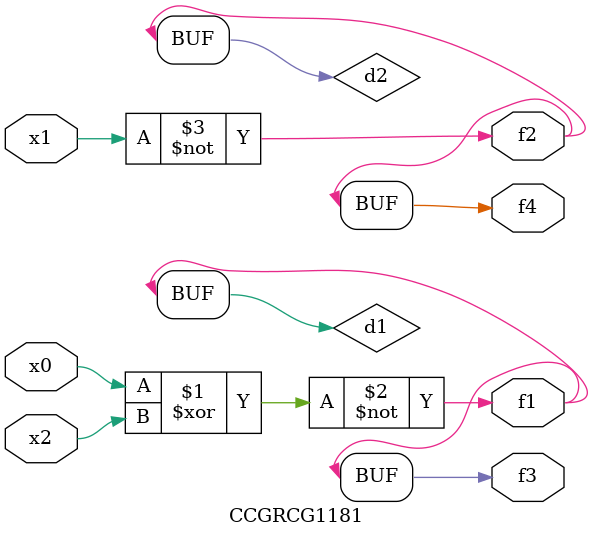
<source format=v>
module CCGRCG1181(
	input x0, x1, x2,
	output f1, f2, f3, f4
);

	wire d1, d2, d3;

	xnor (d1, x0, x2);
	nand (d2, x1);
	nor (d3, x1, x2);
	assign f1 = d1;
	assign f2 = d2;
	assign f3 = d1;
	assign f4 = d2;
endmodule

</source>
